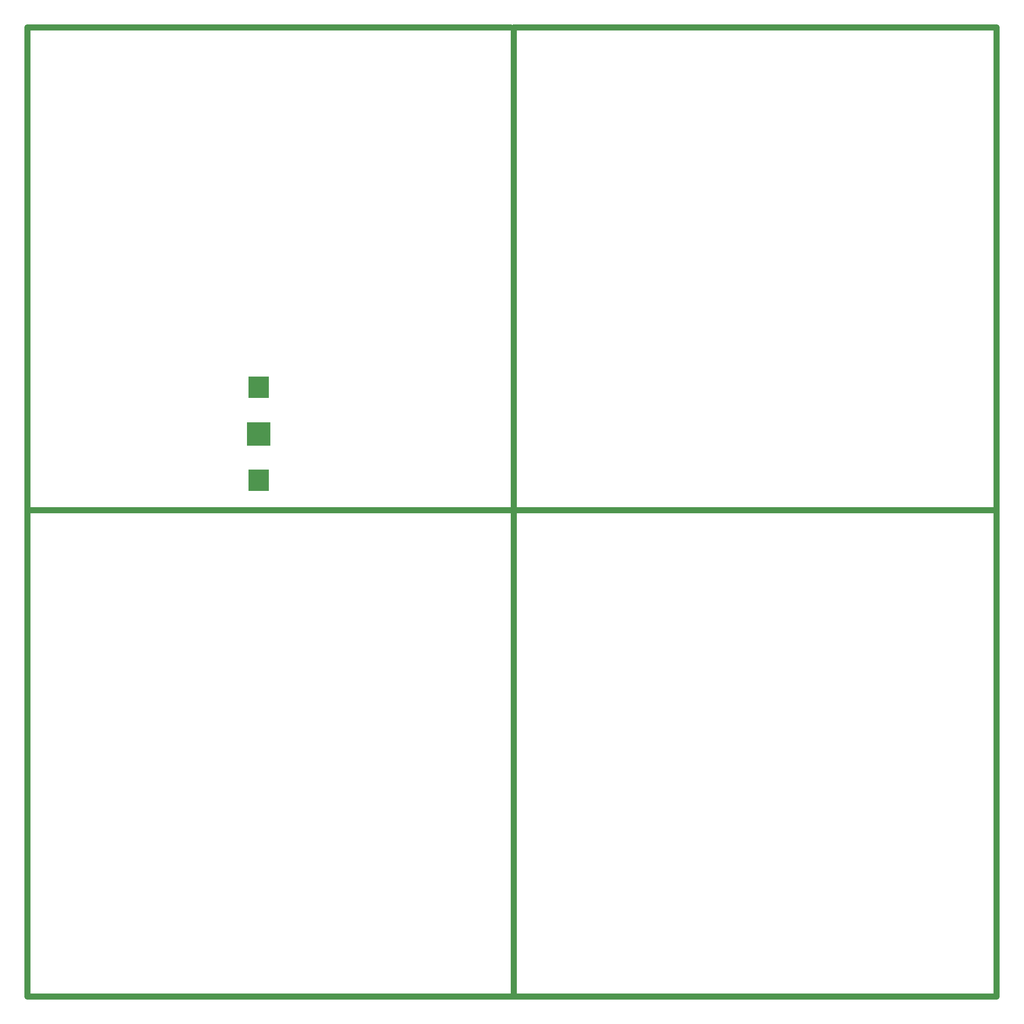
<source format=gbp>
G04*
G04 #@! TF.GenerationSoftware,Altium Limited,Altium Designer,20.0.10 (225)*
G04*
G04 Layer_Color=128*
%FSLAX25Y25*%
%MOIN*%
G70*
G01*
G75*
%ADD36C,0.03937*%
%ADD60R,0.15748X0.15748*%
%ADD61R,0.13780X0.14173*%
D36*
Y316929D02*
Y635827D01*
X316929D01*
X0Y0D02*
Y318898D01*
Y0D02*
X635827D01*
Y318898D01*
X318898Y635827D02*
X318898Y0D01*
X318898Y635827D02*
X635827D01*
Y316929D02*
Y635827D01*
X0Y318898D02*
X635827D01*
D60*
X151575Y369172D02*
D03*
D61*
Y338660D02*
D03*
Y399684D02*
D03*
M02*

</source>
